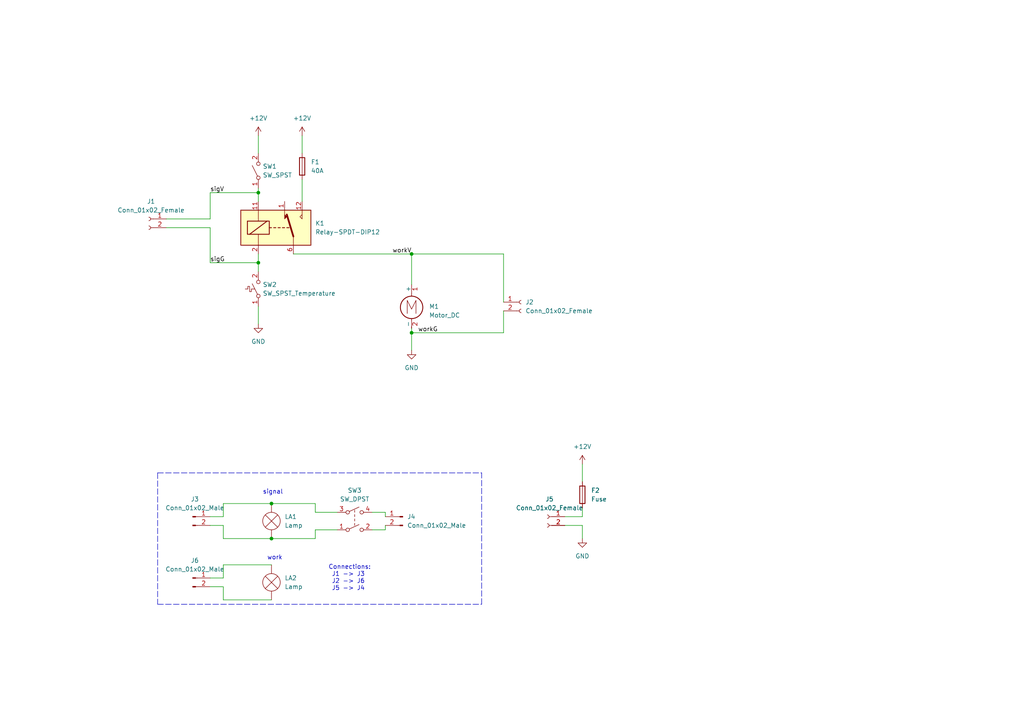
<source format=kicad_sch>
(kicad_sch (version 20211123) (generator eeschema)
  (paper "A4")
  (lib_symbols
    (symbol "Connector:Conn_01x02_Female" (pin_names (offset 1.016) hide)
      (property "Reference" "J" (at 0 2.54 0))
      (property "Value" "Conn_01x02_Female" (at 0 -5.08 0))
      (symbol "Conn_01x02_Female_1_1"
        (arc (start 0 -2.032) (mid -0.508 -2.54) (end 0 -3.048) (stroke (width 0.1524)))
        (polyline (pts (xy -1.27 -2.54) (xy -0.508 -2.54)) (stroke (width 0.1524)))
        (polyline (pts (xy -1.27 0) (xy -0.508 0)) (stroke (width 0.1524)))
        (arc (start 0 0.508) (mid -0.508 0) (end 0 -0.508) (stroke (width 0.1524)))
        (pin passive line (at -5.08 0 0) (length 3.81) (name "Pin_1") (number "1"))
        (pin passive line (at -5.08 -2.54 0) (length 3.81) (name "Pin_2") (number "2"))
      )
    )
    (symbol "Connector:Conn_01x02_Male" (pin_names (offset 1.016) hide)
      (property "Reference" "J" (at 0 2.54 0))
      (property "Value" "Conn_01x02_Male" (at 0 -5.08 0))
      (symbol "Conn_01x02_Male_1_1"
        (polyline (pts (xy 1.27 -2.54) (xy 0.8636 -2.54)) (stroke (width 0.1524)))
        (polyline (pts (xy 1.27 0) (xy 0.8636 0)) (stroke (width 0.1524)))
        (rectangle (start 0.8636 -2.413) (end 0 -2.667) (stroke (width 0.1524)) (fill (type outline)))
        (rectangle (start 0.8636 0.127) (end 0 -0.127) (stroke (width 0.1524)) (fill (type outline)))
        (pin passive line (at 5.08 0 180) (length 3.81) (name "Pin_1") (number "1"))
        (pin passive line (at 5.08 -2.54 180) (length 3.81) (name "Pin_2") (number "2"))
      )
    )
    (symbol "Device:Fuse" (pin_numbers hide) (pin_names (offset 0))
      (property "Reference" "F" (at 2.032 0 90))
      (property "Value" "Fuse" (at -1.905 0 90))
      (symbol "Fuse_0_1"
        (rectangle (start -0.762 -2.54) (end 0.762 2.54) (stroke (width 0.254)))
        (polyline (pts (xy 0 2.54) (xy 0 -2.54)))
      )
      (symbol "Fuse_1_1"
        (pin passive line (at 0 3.81 270) (length 1.27) (name "~") (number "1"))
        (pin passive line (at 0 -3.81 90) (length 1.27) (name "~") (number "2"))
      )
    )
    (symbol "Device:Lamp" (pin_numbers hide) (pin_names (offset 0.0254) hide)
      (property "Reference" "LA" (at 0.635 3.81 0))
      (property "Value" "Lamp" (at 0.635 -3.81 0))
      (symbol "Lamp_0_1"
        (polyline (pts (xy -1.778 1.778) (xy 1.778 -1.778)))
        (polyline (pts (xy 1.778 1.778) (xy -1.778 -1.778)))
        (circle (center 0 0) (radius 2.54))
      )
      (symbol "Lamp_1_1"
        (pin passive line (at 0 -5.08 90) (length 2.54) (name "-") (number "1"))
        (pin passive line (at 0 5.08 270) (length 2.54) (name "+") (number "2"))
      )
    )
    (symbol "Motor:Motor_DC" (pin_names (offset 0))
      (property "Reference" "M" (at 2.54 2.54 0))
      (property "Value" "Motor_DC" (at 2.54 -5.08 0))
      (symbol "Motor_DC_0_0"
        (polyline (pts (xy -1.27 -3.302) (xy -1.27 0.508) (xy 0 -2.032) (xy 1.27 0.508) (xy 1.27 -3.302)))
      )
      (symbol "Motor_DC_0_1"
        (circle (center 0 -1.524) (radius 3.2512) (stroke (width 0.254)))
        (polyline (pts (xy 0 -7.62) (xy 0 -7.112)))
        (polyline (pts (xy 0 -4.7752) (xy 0 -5.1816)))
        (polyline (pts (xy 0 1.7272) (xy 0 2.0828)))
        (polyline (pts (xy 0 2.032) (xy 0 2.54)))
      )
      (symbol "Motor_DC_1_1"
        (pin passive line (at 0 5.08 270) (length 2.54) (name "+") (number "1"))
        (pin passive line (at 0 -7.62 90) (length 2.54) (name "-") (number "2"))
      )
    )
    (symbol "Switch:SW_DPST" (pin_names (offset 0) hide)
      (property "Reference" "SW" (at 0 5.08 0))
      (property "Value" "SW_DPST" (at 0 -5.08 0))
      (symbol "SW_DPST_0_0"
        (circle (center -2.032 -2.54) (radius 0.508))
        (circle (center -2.032 2.54) (radius 0.508))
        (polyline (pts (xy -1.524 -2.286) (xy 1.27 -1.016)))
        (polyline (pts (xy -1.524 2.794) (xy 1.27 4.064)))
        (polyline (pts (xy 0 -1.27) (xy 0 -0.635)))
        (polyline (pts (xy 0 0) (xy 0 0.635)))
        (polyline (pts (xy 0 1.27) (xy 0 1.905)))
        (polyline (pts (xy 0 2.54) (xy 0 3.175)))
        (circle (center 2.032 -2.54) (radius 0.508))
        (circle (center 2.032 2.54) (radius 0.508))
      )
      (symbol "SW_DPST_1_1"
        (pin passive line (at -5.08 -2.54 0) (length 2.54) (name "1") (number "1"))
        (pin passive line (at 5.08 -2.54 180) (length 2.54) (name "2") (number "2"))
        (pin passive line (at -5.08 2.54 0) (length 2.54) (name "3") (number "3"))
        (pin passive line (at 5.08 2.54 180) (length 2.54) (name "4") (number "4"))
      )
    )
    (symbol "Switch:SW_SPST" (pin_names (offset 0) hide)
      (property "Reference" "SW" (at 0 3.175 0))
      (property "Value" "SW_SPST" (at 0 -2.54 0))
      (symbol "SW_SPST_0_0"
        (circle (center -2.032 0) (radius 0.508))
        (polyline (pts (xy -1.524 0.254) (xy 1.524 1.778)))
        (circle (center 2.032 0) (radius 0.508))
      )
      (symbol "SW_SPST_1_1"
        (pin passive line (at -5.08 0 0) (length 2.54) (name "A") (number "1"))
        (pin passive line (at 5.08 0 180) (length 2.54) (name "B") (number "2"))
      )
    )
    (symbol "Switch:SW_SPST_Temperature" (pin_names (offset 0) hide)
      (property "Reference" "SW" (at 1.778 3.048 0))
      (property "Value" "SW_SPST_Temperature" (at 0 -2.54 0))
      (symbol "SW_SPST_Temperature_0_0"
        (circle (center -2.032 0) (radius 0.508))
        (polyline (pts (xy -1.524 0.254) (xy 1.524 1.778)))
        (polyline (pts (xy 0 1.016) (xy 0 2.032) (xy -0.762 2.032) (xy -0.762 2.54) (xy 0.762 2.54) (xy 0.762 3.048) (xy 0 3.048) (xy 0 3.81)))
        (circle (center 2.032 0) (radius 0.508))
      )
      (symbol "SW_SPST_Temperature_1_1"
        (pin passive line (at -5.08 0 0) (length 2.54) (name "A") (number "1"))
        (pin passive line (at 5.08 0 180) (length 2.54) (name "B") (number "2"))
      )
    )
    (symbol "power:+12V" (power) (pin_names (offset 0))
      (property "Value" "+12V" (at 0 3.556 0))
      (symbol "+12V_0_1"
        (polyline (pts (xy -0.762 1.27) (xy 0 2.54)))
        (polyline (pts (xy 0 0) (xy 0 2.54)))
        (polyline (pts (xy 0 2.54) (xy 0.762 1.27)))
      )
      (symbol "+12V_1_1"
        (pin power_in line (at 0 0 90) (length 0) hide (name "+12V") (number "1"))
      )
    )
    (symbol "power:GND" (power) (pin_names (offset 0))
      (property "Value" "GND" (at 0 -3.81 0))
      (symbol "GND_0_1"
        (polyline (pts (xy 0 0) (xy 0 -1.27) (xy 1.27 -1.27) (xy 0 -2.54) (xy -1.27 -1.27) (xy 0 -1.27)))
      )
      (symbol "GND_1_1"
        (pin power_in line (at 0 0 270) (length 0) hide (name "GND") (number "1"))
      )
    )
    (symbol "relay:Relay-SPDT-DIP12"
      (property "Reference" "K" (at 11.43 3.81 0))
      (property "Value" "Relay-SPDT-DIP12" (at 11.43 1.27 0))
      (symbol "Relay-SPDT-DIP12_0_0"
        (polyline (pts (xy 2.54 5.08) (xy 2.54 2.54) (xy 3.175 3.175) (xy 2.54 3.81)) (fill (type outline)))
        (polyline (pts (xy 7.62 5.08) (xy 7.62 2.54) (xy 6.985 3.175) (xy 7.62 3.81)))
      )
      (symbol "Relay-SPDT-DIP12_0_1"
        (rectangle (start -10.16 5.08) (end 10.16 -5.08) (stroke (width 0.254)) (fill (type background)))
        (rectangle (start -8.255 1.905) (end -1.905 -1.905) (stroke (width 0.254)))
        (polyline (pts (xy -7.62 -1.905) (xy -2.54 1.905)) (stroke (width 0.254)))
        (polyline (pts (xy -5.08 -5.08) (xy -5.08 -1.905)))
        (polyline (pts (xy -5.08 5.08) (xy -5.08 1.905)))
        (polyline (pts (xy -1.905 0) (xy -1.27 0)) (stroke (width 0.254)))
        (polyline (pts (xy -0.635 0) (xy 0 0)) (stroke (width 0.254)))
        (polyline (pts (xy 0.635 0) (xy 1.27 0)) (stroke (width 0.254)))
        (polyline (pts (xy 1.905 0) (xy 2.54 0)) (stroke (width 0.254)))
        (polyline (pts (xy 3.175 0) (xy 3.81 0)) (stroke (width 0.254)))
        (polyline (pts (xy 5.08 -2.54) (xy 3.175 3.81)) (stroke (width 0.508)))
        (polyline (pts (xy 5.08 -2.54) (xy 5.08 -5.08)))
      )
      (symbol "Relay-SPDT-DIP12_1_1"
        (pin passive line (at 2.54 7.62 270) (length 2.54) (name "~") (number "1"))
        (pin passive line (at -5.08 7.62 270) (length 2.54) (name "~") (number "11"))
        (pin passive line (at 7.62 7.62 270) (length 2.54) (name "~") (number "12"))
        (pin passive line (at -5.08 -7.62 90) (length 2.54) (name "~") (number "2"))
        (pin passive line (at 5.08 -7.62 90) (length 2.54) (name "~") (number "6"))
        (pin passive line (at 5.08 -7.62 90) (length 2.54) hide (name "~") (number "7"))
      )
    )
  )
  (junction (at 74.93 76.2))
  (junction (at 78.74 156.21))
  (junction (at 119.38 73.66))
  (junction (at 78.74 146.05))
  (junction (at 74.93 55.88))
  (junction (at 119.38 96.52))
  (wire (pts (xy 111.76 152.4) (xy 111.76 153.67)))
  (wire (pts (xy 168.91 147.32) (xy 168.91 149.86)))
  (wire (pts (xy 64.77 170.18) (xy 60.96 170.18)))
  (wire (pts (xy 60.96 76.2) (xy 60.96 66.04)))
  (wire (pts (xy 78.74 156.21) (xy 91.44 156.21)))
  (wire (pts (xy 146.05 73.66) (xy 119.38 73.66)))
  (wire (pts (xy 60.96 55.88) (xy 74.93 55.88)))
  (polyline (pts (xy 139.7 175.26) (xy 139.7 137.16)))
  (wire (pts (xy 74.93 76.2) (xy 74.93 78.74)))
  (wire (pts (xy 107.95 148.59) (xy 111.76 148.59)))
  (wire (pts (xy 91.44 153.67) (xy 97.79 153.67)))
  (wire (pts (xy 74.93 39.37) (xy 74.93 44.45)))
  (wire (pts (xy 146.05 87.63) (xy 146.05 73.66)))
  (wire (pts (xy 60.96 149.86) (xy 64.77 149.86)))
  (wire (pts (xy 168.91 152.4) (xy 163.83 152.4)))
  (wire (pts (xy 168.91 152.4) (xy 168.91 156.21)))
  (wire (pts (xy 111.76 148.59) (xy 111.76 149.86)))
  (wire (pts (xy 60.96 76.2) (xy 74.93 76.2)))
  (wire (pts (xy 64.77 149.86) (xy 64.77 146.05)))
  (wire (pts (xy 74.93 54.61) (xy 74.93 55.88)))
  (wire (pts (xy 119.38 95.25) (xy 119.38 96.52)))
  (wire (pts (xy 64.77 173.99) (xy 78.74 173.99)))
  (wire (pts (xy 85.09 73.66) (xy 119.38 73.66)))
  (wire (pts (xy 48.26 63.5) (xy 60.96 63.5)))
  (wire (pts (xy 168.91 134.62) (xy 168.91 139.7)))
  (wire (pts (xy 91.44 148.59) (xy 91.44 146.05)))
  (wire (pts (xy 78.74 156.21) (xy 64.77 156.21)))
  (polyline (pts (xy 45.72 137.16) (xy 45.72 175.26)))
  (wire (pts (xy 119.38 73.66) (xy 119.38 82.55)))
  (wire (pts (xy 78.74 163.83) (xy 64.77 163.83)))
  (wire (pts (xy 64.77 156.21) (xy 64.77 152.4)))
  (wire (pts (xy 74.93 73.66) (xy 74.93 76.2)))
  (wire (pts (xy 97.79 148.59) (xy 91.44 148.59)))
  (wire (pts (xy 111.76 153.67) (xy 107.95 153.67)))
  (wire (pts (xy 60.96 63.5) (xy 60.96 55.88)))
  (polyline (pts (xy 45.72 175.26) (xy 139.7 175.26)))
  (wire (pts (xy 91.44 146.05) (xy 78.74 146.05)))
  (wire (pts (xy 87.63 52.07) (xy 87.63 58.42)))
  (wire (pts (xy 87.63 39.37) (xy 87.63 44.45)))
  (wire (pts (xy 146.05 90.17) (xy 146.05 96.52)))
  (wire (pts (xy 64.77 167.64) (xy 60.96 167.64)))
  (wire (pts (xy 119.38 96.52) (xy 119.38 101.6)))
  (wire (pts (xy 64.77 163.83) (xy 64.77 167.64)))
  (wire (pts (xy 91.44 156.21) (xy 91.44 153.67)))
  (wire (pts (xy 64.77 152.4) (xy 60.96 152.4)))
  (wire (pts (xy 74.93 55.88) (xy 74.93 58.42)))
  (polyline (pts (xy 45.72 137.16) (xy 139.7 137.16)))
  (wire (pts (xy 163.83 149.86) (xy 168.91 149.86)))
  (wire (pts (xy 119.38 96.52) (xy 146.05 96.52)))
  (wire (pts (xy 64.77 146.05) (xy 78.74 146.05)))
  (wire (pts (xy 60.96 66.04) (xy 48.26 66.04)))
  (wire (pts (xy 64.77 173.99) (xy 64.77 170.18)))
  (wire (pts (xy 74.93 88.9) (xy 74.93 93.98)))
  (text "signal" (at 76.2 143.51 0) (effects (font (size 1.27 1.27)) (justify left bottom)))
  (text "Connections:\n J1 -> J3\n J2 -> J6\n J5 -> J4" (at 95.25 171.45 0) (effects (font (size 1.27 1.27)) (justify left bottom)))
  (text "work" (at 77.47 162.56 0) (effects (font (size 1.27 1.27)) (justify left bottom)))
  (label "workV" (at 119.38 73.66 180))
  (label "sigV" (at 60.96 55.88 0))
  (label "workG" (at 127 96.52 180))
  (label "sigG" (at 60.96 76.2 0))
  (symbol (lib_id "Switch:SW_DPST") (at 102.87 151.13 0) (unit 1)
    (property "Reference" "SW3" (at 102.87 142.24 0))
    (property "Value" "SW_DPST" (at 102.87 144.78 0))
  )
  (symbol (lib_id "power:GND") (at 74.93 93.98 0) (unit 1)
    (property "Reference" "#PWR03" (effects hide))
    (property "Value" "GND" (at 74.93 99.06 0))
  )
  (symbol (lib_id "Switch:SW_SPST") (at 74.93 49.53 90) (unit 1)
    (property "Reference" "SW1" (at 76.2 48.2599 90) (effects (justify right)))
    (property "Value" "SW_SPST" (at 76.2 50.7999 90) (effects (justify right)))
  )
  (symbol (lib_id "Connector:Conn_01x02_Male") (at 116.84 149.86 0) (mirror y) (unit 1)
    (property "Reference" "J4" (at 118.11 149.8599 0) (effects (justify right)))
    (property "Value" "Conn_01x02_Male" (at 118.11 152.3999 0) (effects (justify right)))
  )
  (symbol (lib_id "power:+12V") (at 74.93 39.37 0) (unit 1)
    (property "Reference" "#PWR01" (effects hide))
    (property "Value" "+12V" (at 74.93 34.29 0))
  )
  (symbol (lib_id "Device:Fuse") (at 87.63 48.26 0) (unit 1)
    (property "Reference" "F1" (at 90.17 46.9899 0) (effects (justify left)))
    (property "Value" "40A" (at 90.17 49.5299 0) (effects (justify left)))
  )
  (symbol (lib_id "relay:Relay-SPDT-DIP12") (at 80.01 66.04 0) (unit 1)
    (property "Reference" "K1" (at 91.44 64.7699 0) (effects (justify left)))
    (property "Value" "Relay-SPDT-DIP12" (at 91.44 67.3099 0) (effects (justify left)))
    (property "Footprint" "MY_LIB:Relay-DIP-12_W7.62mm" (effects hide))
  )
  (symbol (lib_id "power:+12V") (at 87.63 39.37 0) (unit 1)
    (property "Reference" "#PWR02" (effects hide))
    (property "Value" "+12V" (at 87.63 34.29 0))
  )
  (symbol (lib_id "power:GND") (at 168.91 156.21 0) (unit 1)
    (property "Reference" "#PWR06" (effects hide))
    (property "Value" "GND" (at 168.91 161.29 0))
  )
  (symbol (lib_id "Device:Lamp") (at 78.74 168.91 0) (unit 1)
    (property "Reference" "LA2" (at 82.55 167.6399 0) (effects (justify left)))
    (property "Value" "Lamp" (at 82.55 170.1799 0) (effects (justify left)))
  )
  (symbol (lib_id "Connector:Conn_01x02_Female") (at 43.18 63.5 0) (mirror y) (unit 1)
    (property "Reference" "J1" (at 43.815 58.42 0))
    (property "Value" "Conn_01x02_Female" (at 43.815 60.96 0))
  )
  (symbol (lib_id "Connector:Conn_01x02_Male") (at 55.88 149.86 0) (unit 1)
    (property "Reference" "J3" (at 56.515 144.78 0))
    (property "Value" "Conn_01x02_Male" (at 56.515 147.32 0))
  )
  (symbol (lib_id "Device:Lamp") (at 78.74 151.13 0) (unit 1)
    (property "Reference" "LA1" (at 82.55 149.8599 0) (effects (justify left)))
    (property "Value" "Lamp" (at 82.55 152.3999 0) (effects (justify left)))
  )
  (symbol (lib_id "Motor:Motor_DC") (at 119.38 87.63 0) (unit 1)
    (property "Reference" "M1" (at 124.46 88.8999 0) (effects (justify left)))
    (property "Value" "Motor_DC" (at 124.46 91.4399 0) (effects (justify left)))
  )
  (symbol (lib_id "Device:Fuse") (at 168.91 143.51 0) (unit 1)
    (property "Reference" "F2" (at 171.45 142.2399 0) (effects (justify left)))
    (property "Value" "Fuse" (at 171.45 144.7799 0) (effects (justify left)))
  )
  (symbol (lib_id "Connector:Conn_01x02_Male") (at 55.88 167.64 0) (unit 1)
    (property "Reference" "J6" (at 56.515 162.56 0))
    (property "Value" "Conn_01x02_Male" (at 56.515 165.1 0))
  )
  (symbol (lib_id "Connector:Conn_01x02_Female") (at 151.13 87.63 0) (unit 1)
    (property "Reference" "J2" (at 152.4 87.6299 0) (effects (justify left)))
    (property "Value" "Conn_01x02_Female" (at 152.4 90.1699 0) (effects (justify left)))
  )
  (symbol (lib_id "power:GND") (at 119.38 101.6 0) (unit 1)
    (property "Reference" "#PWR04" (effects hide))
    (property "Value" "GND" (at 119.38 106.68 0))
  )
  (symbol (lib_id "power:+12V") (at 168.91 134.62 0) (unit 1)
    (property "Reference" "#PWR05" (effects hide))
    (property "Value" "+12V" (at 168.91 129.54 0))
  )
  (symbol (lib_id "Switch:SW_SPST_Temperature") (at 74.93 83.82 90) (unit 1)
    (property "Reference" "SW2" (at 76.2 82.5499 90) (effects (justify right)))
    (property "Value" "SW_SPST_Temperature" (at 76.2 85.0899 90) (effects (justify right)))
  )
  (symbol (lib_id "Connector:Conn_01x02_Female") (at 158.75 149.86 0) (mirror y) (unit 1)
    (property "Reference" "J5" (at 159.385 144.78 0))
    (property "Value" "Conn_01x02_Female" (at 159.385 147.32 0))
  )
)
</source>
